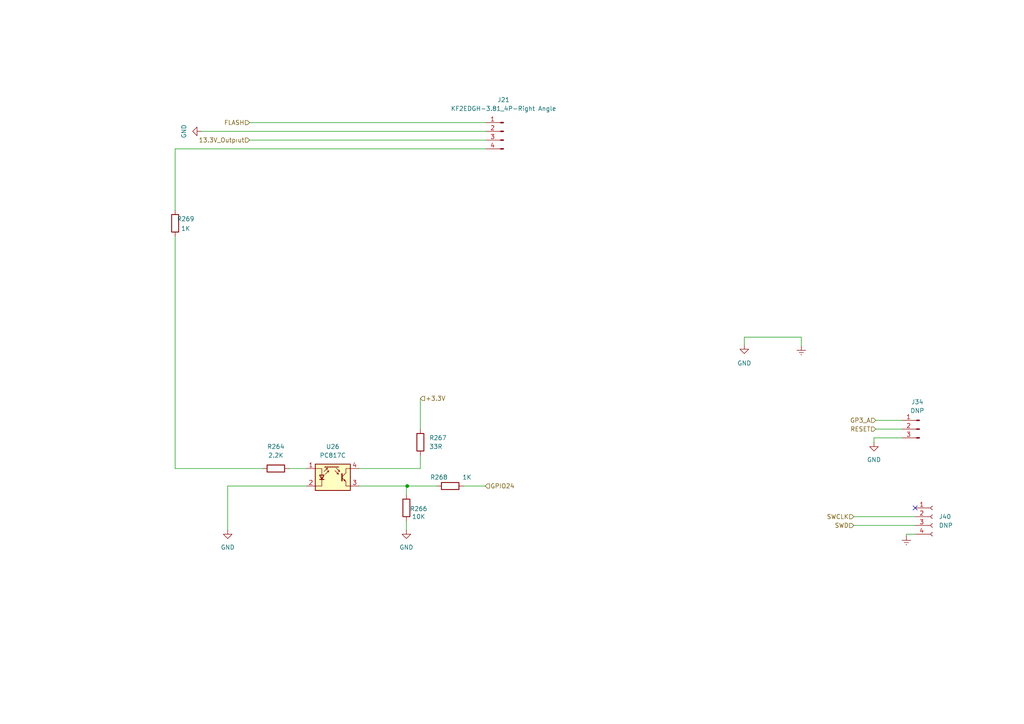
<source format=kicad_sch>
(kicad_sch (version 20231120) (generator "eeschema") (generator_version "8.0")
  (paper "A4")
  (lib_symbols
    (symbol "Connector:Conn_01x03_Pin" (pin_names (offset 1.016) hide)
      (property "Reference" "J" (at 0 5.08 0))
      (property "Value" "Conn_01x03_Pin" (at 0 -5.08 0))
      (symbol "Conn_01x03_Pin_1_1"
        (polyline (pts (xy 1.27 -2.54) (xy 0.8636 -2.54)) (stroke (width 0.1524)))
        (polyline (pts (xy 1.27 0) (xy 0.8636 0)) (stroke (width 0.1524)))
        (polyline (pts (xy 1.27 2.54) (xy 0.8636 2.54)) (stroke (width 0.1524)))
        (rectangle (start 0.8636 -2.413) (end 0 -2.667) (stroke (width 0.1524)) (fill (type outline)))
        (rectangle (start 0.8636 0.127) (end 0 -0.127) (stroke (width 0.1524)) (fill (type outline)))
        (rectangle (start 0.8636 2.667) (end 0 2.413) (stroke (width 0.1524)) (fill (type outline)))
        (pin passive line (at 5.08 2.54 180) (length 3.81) (name "Pin_1") (number "1"))
        (pin passive line (at 5.08 0 180) (length 3.81) (name "Pin_2") (number "2"))
        (pin passive line (at 5.08 -2.54 180) (length 3.81) (name "Pin_3") (number "3"))
      )
    )
    (symbol "Connector:Conn_01x04_Pin" (pin_names (offset 1.016) hide)
      (property "Reference" "J" (at 0 5.08 0))
      (property "Value" "Conn_01x04_Pin" (at 0 -7.62 0))
      (symbol "Conn_01x04_Pin_1_1"
        (polyline (pts (xy 1.27 -5.08) (xy 0.8636 -5.08)) (stroke (width 0.1524)))
        (polyline (pts (xy 1.27 -2.54) (xy 0.8636 -2.54)) (stroke (width 0.1524)))
        (polyline (pts (xy 1.27 0) (xy 0.8636 0)) (stroke (width 0.1524)))
        (polyline (pts (xy 1.27 2.54) (xy 0.8636 2.54)) (stroke (width 0.1524)))
        (rectangle (start 0.8636 -4.953) (end 0 -5.207) (stroke (width 0.1524)) (fill (type outline)))
        (rectangle (start 0.8636 -2.413) (end 0 -2.667) (stroke (width 0.1524)) (fill (type outline)))
        (rectangle (start 0.8636 0.127) (end 0 -0.127) (stroke (width 0.1524)) (fill (type outline)))
        (rectangle (start 0.8636 2.667) (end 0 2.413) (stroke (width 0.1524)) (fill (type outline)))
        (pin passive line (at 5.08 2.54 180) (length 3.81) (name "Pin_1") (number "1"))
        (pin passive line (at 5.08 0 180) (length 3.81) (name "Pin_2") (number "2"))
        (pin passive line (at 5.08 -2.54 180) (length 3.81) (name "Pin_3") (number "3"))
        (pin passive line (at 5.08 -5.08 180) (length 3.81) (name "Pin_4") (number "4"))
      )
    )
    (symbol "Connector:Conn_01x04_Socket" (pin_names (offset 1.016) hide)
      (property "Reference" "J" (at 0 5.08 0))
      (property "Value" "Conn_01x04_Socket" (at 0 -7.62 0))
      (symbol "Conn_01x04_Socket_1_1"
        (arc (start 0 -4.572) (mid -0.5058 -5.08) (end 0 -5.588) (stroke (width 0.1524)))
        (arc (start 0 -2.032) (mid -0.5058 -2.54) (end 0 -3.048) (stroke (width 0.1524)))
        (polyline (pts (xy -1.27 -5.08) (xy -0.508 -5.08)) (stroke (width 0.1524)))
        (polyline (pts (xy -1.27 -2.54) (xy -0.508 -2.54)) (stroke (width 0.1524)))
        (polyline (pts (xy -1.27 0) (xy -0.508 0)) (stroke (width 0.1524)))
        (polyline (pts (xy -1.27 2.54) (xy -0.508 2.54)) (stroke (width 0.1524)))
        (arc (start 0 0.508) (mid -0.5058 0) (end 0 -0.508) (stroke (width 0.1524)))
        (arc (start 0 3.048) (mid -0.5058 2.54) (end 0 2.032) (stroke (width 0.1524)))
        (pin passive line (at -5.08 2.54 0) (length 3.81) (name "Pin_1") (number "1"))
        (pin passive line (at -5.08 0 0) (length 3.81) (name "Pin_2") (number "2"))
        (pin passive line (at -5.08 -2.54 0) (length 3.81) (name "Pin_3") (number "3"))
        (pin passive line (at -5.08 -5.08 0) (length 3.81) (name "Pin_4") (number "4"))
      )
    )
    (symbol "Device:R" (pin_numbers hide) (pin_names (offset 0))
      (property "Reference" "R" (at 2.032 0 90))
      (property "Value" "R" (at 0 0 90))
      (symbol "R_0_1"
        (rectangle (start -1.016 -2.54) (end 1.016 2.54) (stroke (width 0.254)))
      )
      (symbol "R_1_1"
        (pin passive line (at 0 3.81 270) (length 1.27) (name "~") (number "1"))
        (pin passive line (at 0 -3.81 90) (length 1.27) (name "~") (number "2"))
      )
    )
    (symbol "Sensor_Proximity:SFH9201" (pin_names (offset 0.0254) hide)
      (property "Reference" "U?" (at 0 8.89 0))
      (property "Value" "SFH9201" (at 0 6.35 0))
      (symbol "SFH9201_0_1"
        (polyline (pts (xy -3.81 -0.635) (xy -2.54 -0.635)) (stroke (width 0.254)))
        (polyline (pts (xy -2.286 2.921) (xy -2.032 3.175)))
        (polyline (pts (xy -1.778 2.921) (xy -1.524 3.175)))
        (polyline (pts (xy -1.524 2.667) (xy -1.651 2.159)))
        (polyline (pts (xy -1.27 2.921) (xy -1.016 3.175)))
        (polyline (pts (xy -1.143 1.905) (xy -1.27 1.397)))
        (polyline (pts (xy -0.762 2.921) (xy -0.508 3.175)))
        (polyline (pts (xy -0.254 2.921) (xy 0 3.175)))
        (polyline (pts (xy 0.254 2.921) (xy 0.508 3.175)))
        (polyline (pts (xy 0.762 2.921) (xy 1.016 3.175)))
        (polyline (pts (xy 1.27 2.921) (xy 1.524 3.175)))
        (polyline (pts (xy 1.651 0.889) (xy 1.143 1.016)))
        (polyline (pts (xy 1.778 2.921) (xy -2.413 2.921)))
        (polyline (pts (xy 2.032 1.651) (xy 1.524 1.778)))
        (polyline (pts (xy 2.667 -0.127) (xy 3.81 -1.27)))
        (polyline (pts (xy 2.667 0.127) (xy 3.81 1.27)))
        (polyline (pts (xy -2.54 1.651) (xy -1.524 2.667) (xy -2.032 2.54)))
        (polyline (pts (xy -2.159 0.889) (xy -1.143 1.905) (xy -1.651 1.778)))
        (polyline (pts (xy 0.635 1.905) (xy 1.651 0.889) (xy 1.524 1.397)))
        (polyline (pts (xy 1.016 2.667) (xy 2.032 1.651) (xy 1.905 2.159)))
        (polyline (pts (xy 2.667 1.016) (xy 2.667 -1.016) (xy 2.667 -1.016)) (stroke (width 0.3556)))
        (polyline (pts (xy 3.81 -1.27) (xy 3.81 -2.54) (xy 5.08 -2.54)))
        (polyline (pts (xy 3.81 1.27) (xy 3.81 2.54) (xy 5.08 2.54)))
        (polyline (pts (xy -5.08 -2.54) (xy -3.175 -2.54) (xy -3.175 2.54) (xy -5.08 2.54)))
        (polyline (pts (xy -3.175 -0.635) (xy -3.81 0.635) (xy -2.54 0.635) (xy -3.175 -0.635)) (stroke (width 0.254)))
        (polyline (pts (xy 3.683 -1.143) (xy 3.429 -0.635) (xy 3.175 -0.889) (xy 3.683 -1.143)))
        (polyline (pts (xy -5.08 -3.81) (xy 5.08 -3.81) (xy 5.08 3.81) (xy -5.08 3.81) (xy -5.08 -3.81)) (stroke (width 0.254)) (fill (type background)))
      )
      (symbol "SFH9201_1_1"
        (pin passive line (at -7.62 2.54 0) (length 2.54) (name "A") (number "1"))
        (pin passive line (at -7.62 -2.54 0) (length 2.54) (name "K") (number "2"))
        (pin open_emitter line (at 7.62 -2.54 180) (length 2.54) (name "E") (number "3"))
        (pin open_collector line (at 7.62 2.54 180) (length 2.54) (name "C") (number "4"))
      )
    )
    (symbol "power:Earth" (power) (pin_names (offset 0))
      (symbol "Earth_0_1"
        (polyline (pts (xy -0.635 -1.905) (xy 0.635 -1.905)))
        (polyline (pts (xy -0.127 -2.54) (xy 0.127 -2.54)))
        (polyline (pts (xy 0 -1.27) (xy 0 0)))
        (polyline (pts (xy 1.27 -1.27) (xy -1.27 -1.27)))
      )
      (symbol "Earth_1_1"
        (pin power_in line (at 0 0 270) (length 0) hide (name "Earth") (number "1"))
      )
    )
    (symbol "power:GND" (power) (pin_names (offset 0))
      (property "Value" "GND" (at 0 -3.81 0))
      (symbol "GND_0_1"
        (polyline (pts (xy 0 0) (xy 0 -1.27) (xy 1.27 -1.27) (xy 0 -2.54) (xy -1.27 -1.27) (xy 0 -1.27)))
      )
      (symbol "GND_1_1"
        (pin power_in line (at 0 0 270) (length 0) hide (name "GND") (number "1"))
      )
    )
  )
  (junction (at 118.11 140.971))
  (no_connect (at 265.43 147.32))
  (wire (pts (xy 72.39 40.64) (xy 140.97 40.64)))
  (wire (pts (xy 83.82 135.89) (xy 88.9 135.89)))
  (wire (pts (xy 118.11 140.971) (xy 126.7556 140.971)))
  (wire (pts (xy 66.04 140.97) (xy 88.9 140.97)))
  (wire (pts (xy 58.42 38.1) (xy 140.97 38.1)))
  (wire (pts (xy 117.8656 140.971) (xy 117.8656 143.5026)))
  (wire (pts (xy 104.14 135.89) (xy 121.92 135.89)))
  (wire (pts (xy 232.41 97.79) (xy 232.41 100.33)))
  (wire (pts (xy 50.8 43.18) (xy 140.97 43.18)))
  (wire (pts (xy 50.8 135.89) (xy 76.2 135.89)))
  (wire (pts (xy 262.89 154.94) (xy 262.89 155.448)))
  (wire (pts (xy 72.39 35.56) (xy 140.97 35.56)))
  (wire (pts (xy 104.14 140.97) (xy 118.11 140.97)))
  (wire (pts (xy 66.04 140.97) (xy 66.04 153.67)))
  (wire (pts (xy 253.492 127) (xy 253.492 128.27)))
  (wire (pts (xy 247.65 152.4) (xy 265.43 152.4)))
  (wire (pts (xy 121.92 115.57) (xy 121.92 124.46)))
  (wire (pts (xy 118.11 140.97) (xy 118.11 140.971)))
  (wire (pts (xy 134.3756 140.971) (xy 140.7256 140.971)))
  (wire (pts (xy 117.8656 151.1226) (xy 117.8656 153.671)))
  (wire (pts (xy 232.41 97.79) (xy 215.8794 97.79)))
  (wire (pts (xy 265.43 154.94) (xy 262.89 154.94)))
  (wire (pts (xy 117.8656 140.971) (xy 118.11 140.971)))
  (wire (pts (xy 247.65 149.86) (xy 265.43 149.86)))
  (wire (pts (xy 254 121.92) (xy 261.62 121.92)))
  (wire (pts (xy 215.8794 97.79) (xy 215.8794 100.0068)))
  (wire (pts (xy 50.8 43.18) (xy 50.8 60.96)))
  (wire (pts (xy 50.8 68.58) (xy 50.8 135.89)))
  (wire (pts (xy 261.62 127) (xy 253.492 127)))
  (wire (pts (xy 254 124.46) (xy 261.62 124.46)))
  (wire (pts (xy 121.92 132.08) (xy 121.92 135.89)))
  (hierarchical_label "GP3_A" (shape input) (at 254 121.92 180))
  (hierarchical_label "RESET" (shape input) (at 254 124.46 180))
  (hierarchical_label "SWCLK" (shape input) (at 247.65 149.86 180))
  (hierarchical_label "+3.3V" (shape input) (at 121.92 115.57 0))
  (hierarchical_label "SWD" (shape input) (at 247.65 152.4 180))
  (hierarchical_label "FLASH" (shape input) (at 72.39 35.56 180))
  (hierarchical_label "13.3V_Outpıut" (shape input) (at 72.39 40.64 180))
  (hierarchical_label "GPIO24" (shape input) (at 140.7256 140.971 0))
  (symbol (lib_id "Device:R") (at 117.8656 147.3126 180) (unit 1)
    (property "Reference" "R266" (at 121.4216 147.575 0))
    (property "Value" "10K" (at 121.4216 149.861 0))
    (property "Footprint" "Resistor_SMD:R_0603_1608Metric" (effects (hide yes)))
    (property "Description" "Resistor" (effects (hide yes)))
    (property "MPN" "0603WAF1002T5E" (effects (hide yes)))
  )
  (symbol (lib_id "Device:R") (at 50.8 64.77 0) (unit 1)
    (property "Reference" "R269" (at 53.848 63.5 0))
    (property "Value" "1K" (at 53.848 66.294 0))
    (property "Footprint" "Resistor_SMD:R_0603_1608Metric" (effects (hide yes)))
    (property "Description" "Resistor" (effects (hide yes)))
    (property "MPN" "0603WAF1001T5E" (effects (hide yes)))
  )
  (symbol (lib_id "power:GND") (at 215.8794 100.0068 0) (mirror y) (unit 1)
    (property "Reference" "#PWR0146" (effects (hide yes)))
    (property "Value" "GND" (at 215.8794 105.3408 0))
    (property "Description" "Power symbol creates a global label with name \"GND\" , ground" (effects (hide yes)))
  )
  (symbol (lib_id "power:GND") (at 58.42 38.1 270) (unit 1)
    (property "Reference" "#PWR044" (effects (hide yes)))
    (property "Value" "GND" (at 53.34 38.1 0))
    (property "Description" "Power symbol creates a global label with name \"GND\" , ground" (effects (hide yes)))
  )
  (symbol (lib_id "power:GND") (at 253.492 128.27 0) (unit 1)
    (property "Reference" "#PWR0226" (effects (hide yes)))
    (property "Value" "GND" (at 253.492 133.35 0))
    (property "Description" "Power symbol creates a global label with name \"GND\" , ground" (effects (hide yes)))
  )
  (symbol (lib_id "power:GND") (at 117.8656 153.671 0) (unit 1)
    (property "Reference" "#PWR0231" (effects (hide yes)))
    (property "Value" "GND" (at 117.8656 158.751 0))
    (property "Description" "Power symbol creates a global label with name \"GND\" , ground" (effects (hide yes)))
  )
  (symbol (lib_id "power:GND") (at 66.04 153.67 0) (unit 1)
    (property "Reference" "#PWR0232" (effects (hide yes)))
    (property "Value" "GND" (at 66.04 158.75 0))
    (property "Description" "Power symbol creates a global label with name \"GND\" , ground" (effects (hide yes)))
  )
  (symbol (lib_id "Sensor_Proximity:SFH9201") (at 96.52 138.43 0) (unit 1)
    (property "Reference" "U26" (at 96.52 129.54 0))
    (property "Value" "PC817C" (at 96.52 132.08 0))
    (property "Footprint" "HDMI 2.0 TX:PC817" (effects (hide yes)))
    (property "MPN" "PC817C_4PIN_SMD" (effects (hide yes)))
  )
  (symbol (lib_id "Device:R") (at 80.01 135.89 90) (unit 1)
    (property "Reference" "R264" (at 80.01 129.54 90))
    (property "Value" "2.2K" (at 80.01 132.08 90))
    (property "Footprint" "Resistor_SMD:R_0603_1608Metric" (effects (hide yes)))
    (property "Description" "Resistor" (effects (hide yes)))
    (property "MPN" "0603WAF2201T5E" (effects (hide yes)))
  )
  (symbol (lib_id "Connector:Conn_01x03_Pin") (at 266.7 124.46 0) (mirror y) (unit 1)
    (property "Reference" "J34" (at 266.065 116.586 0))
    (property "Value" "DNP" (at 266.065 119.126 0))
    (property "Footprint" "Connector_PinSocket_2.54mm:PinSocket_1x03_P2.54mm_Vertical_SMD_Pin1Left" (effects (hide yes)))
    (property "Description" "Generic connector, single row, 01x03, script generated" (effects (hide yes)))
    (property "MPN" "1*3p 2.54 贴片排母  " (effects (hide yes)))
  )
  (symbol (lib_id "power:Earth") (at 232.41 100.33 0) (unit 1)
    (property "Reference" "#PWR0162" (effects (hide yes)))
    (property "Value" "Earth" (effects (hide yes)))
    (property "Description" "Power symbol creates a global label with name \"Earth\"" (effects (hide yes)))
  )
  (symbol (lib_id "Connector:Conn_01x04_Pin") (at 146.05 38.1 0) (mirror y) (unit 1)
    (property "Reference" "J21" (at 146.05 28.956 0))
    (property "Value" "KF2EDGH-3.81_4P-Right Angle" (at 146.05 31.496 0))
    (property "Footprint" "Footprint Library:KF2EDGH-3.81_4P" (effects (hide yes)))
    (property "Description" "Generic connector, single row, 01x04, script generated" (effects (hide yes)))
  )
  (symbol (lib_id "Connector:Conn_01x04_Socket") (at 270.51 149.86 0) (unit 1)
    (property "Reference" "J40" (at 272.288 149.8599 0) (effects (justify left)))
    (property "Value" "DNP" (at 272.288 152.3999 0) (effects (justify left)))
    (property "Footprint" "Connector_PinSocket_2.00mm:PinSocket_1x04_P2.00mm_Vertical" (effects (hide yes)))
    (property "Description" "Generic connector, single row, 01x04, script generated" (effects (hide yes)))
  )
  (symbol (lib_id "Device:R") (at 130.5656 140.971 90) (unit 1)
    (property "Reference" "R268" (at 127.3071 138.432 90))
    (property "Value" "1K" (at 135.4351 138.432 90))
    (property "Footprint" "Resistor_SMD:R_0603_1608Metric" (effects (hide yes)))
    (property "Description" "Resistor" (effects (hide yes)))
    (property "MPN" "0603WAF1001T5E" (effects (hide yes)))
  )
  (symbol (lib_id "Device:R") (at 121.92 128.27 0) (unit 1)
    (property "Reference" "R267" (at 124.46 126.9999 0) (effects (justify left)))
    (property "Value" "33R" (at 124.46 129.5399 0) (effects (justify left)))
    (property "Footprint" "Resistor_SMD:R_0603_1608Metric" (effects (hide yes)))
    (property "Description" "Resistor" (effects (hide yes)))
    (property "MPN" "0603WAF330JT5E" (effects (hide yes)))
  )
  (symbol (lib_id "power:Earth") (at 262.89 155.448 0) (unit 1)
    (property "Reference" "#PWR0234" (effects (hide yes)))
    (property "Value" "Earth" (effects (hide yes)))
    (property "Description" "Power symbol creates a global label with name \"Earth\"" (effects (hide yes)))
  )
)
</source>
